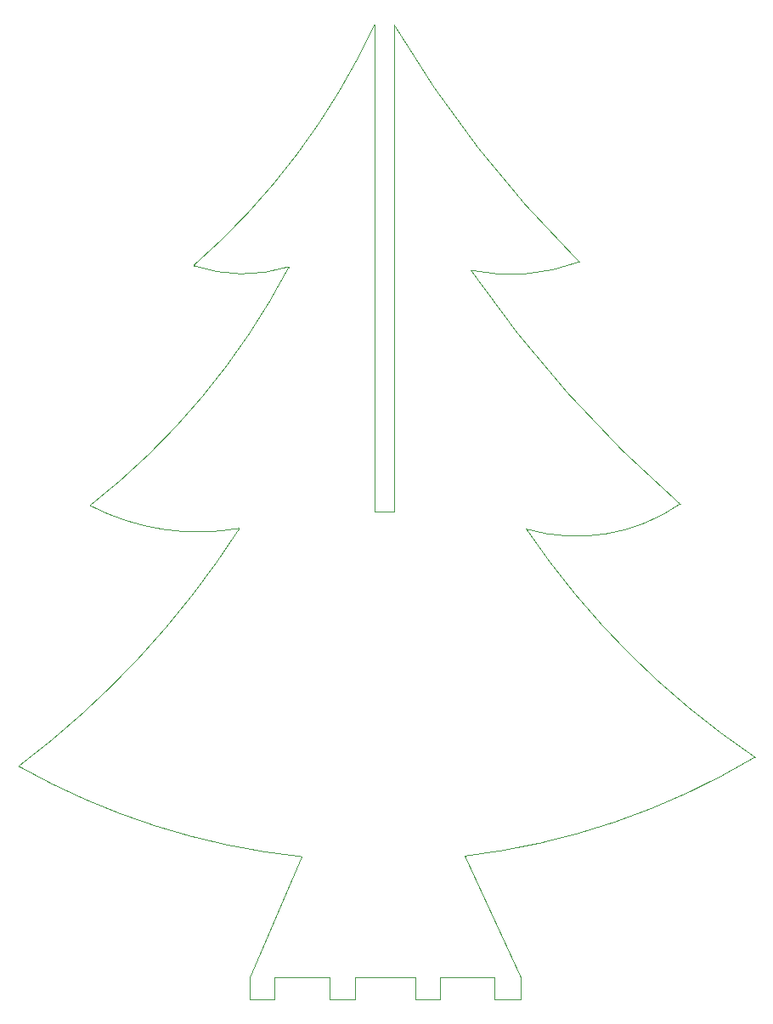
<source format=gbr>
%TF.GenerationSoftware,KiCad,Pcbnew,(5.1.6)-1*%
%TF.CreationDate,2021-10-27T12:57:45+02:00*%
%TF.ProjectId,BaumUnten,4261756d-556e-4746-956e-2e6b69636164,rev?*%
%TF.SameCoordinates,Original*%
%TF.FileFunction,Profile,NP*%
%FSLAX46Y46*%
G04 Gerber Fmt 4.6, Leading zero omitted, Abs format (unit mm)*
G04 Created by KiCad (PCBNEW (5.1.6)-1) date 2021-10-27 12:57:45*
%MOMM*%
%LPD*%
G01*
G04 APERTURE LIST*
%TA.AperFunction,Profile*%
%ADD10C,0.050000*%
%TD*%
G04 APERTURE END LIST*
D10*
X95200000Y-146685000D02*
X95200000Y-148894800D01*
X81635600Y-75793600D02*
X81657853Y-75755498D01*
X99663911Y-51765200D02*
X99650770Y-51807260D01*
X119809346Y-75145889D02*
X120038229Y-75432199D01*
X99695000Y-146685000D02*
X101727000Y-146685000D01*
X130113767Y-99545883D02*
X130073121Y-99504820D01*
X130113767Y-99545883D02*
G75*
G02*
X114808001Y-102044499I-10289267J14900383D01*
G01*
X86158582Y-102058350D02*
X86224748Y-101961790D01*
X137569290Y-124774417D02*
X137550390Y-124742792D01*
X91098156Y-75914913D02*
X91112509Y-75960315D01*
X97700000Y-146685000D02*
X99695000Y-146685000D01*
X97700000Y-148894800D02*
X97700000Y-146685000D01*
X95200000Y-148894800D02*
X97700000Y-148894800D01*
X89700000Y-146685000D02*
X95200000Y-146685000D01*
X89700000Y-148894800D02*
X89700000Y-146685000D01*
X87200000Y-148894800D02*
X89700000Y-148894800D01*
X87200000Y-146685000D02*
X87200000Y-148894800D01*
X108648499Y-134619999D02*
X114200000Y-146685000D01*
X92392930Y-134679435D02*
X87200000Y-146685000D01*
X101600000Y-100266500D02*
X99669600Y-100266500D01*
X101600000Y-100266500D02*
X101607011Y-51765200D01*
X99669600Y-100266500D02*
X99663911Y-51765200D01*
X103700000Y-146685000D02*
X101727000Y-146685000D01*
X137569290Y-124774417D02*
G75*
G02*
X108648499Y-134619999I-37493290J62734917D01*
G01*
X92392930Y-134679435D02*
G75*
G02*
X64198502Y-125666498I7683070J72639935D01*
G01*
X106200000Y-146685000D02*
X111600000Y-146685000D01*
X103700000Y-148894800D02*
X103700000Y-146685000D01*
X106200000Y-148894800D02*
X103700000Y-148894800D01*
X106200000Y-146685000D02*
X106200000Y-148894800D01*
X111600000Y-148894800D02*
X111600000Y-146685000D01*
X114200000Y-148894800D02*
X111600000Y-148894800D01*
X114200000Y-146685000D02*
X114200000Y-148894800D01*
X99650770Y-51807260D02*
G75*
G02*
X81657853Y-75755498I-65236917J30280760D01*
G01*
X91098156Y-75914913D02*
G75*
G02*
X81635600Y-75793600I-4547656J14383413D01*
G01*
X91112508Y-75960315D02*
G75*
G02*
X71310500Y-99694998I-65014008J34113815D01*
G01*
X86224748Y-101961790D02*
G75*
G02*
X71310501Y-99694999I-4119248J23094790D01*
G01*
X86158583Y-102058350D02*
G75*
G02*
X64198500Y-125666498I-77205083J49797850D01*
G01*
X137550390Y-124742792D02*
G75*
G02*
X114808002Y-102044498I47488610J70323292D01*
G01*
X130073121Y-99504820D02*
G75*
G02*
X109283410Y-76263603I83096287J95250215D01*
G01*
X120038229Y-75432199D02*
G75*
G02*
X109283501Y-76263499I-6817729J18218699D01*
G01*
X119809346Y-75145889D02*
G75*
G02*
X101607011Y-51765200I83581154J83845389D01*
G01*
M02*

</source>
